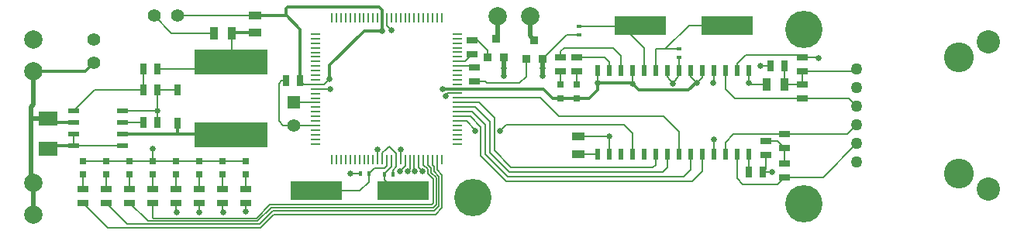
<source format=gtl>
G04 (created by PCBNEW-RS274X (2012-jan-04)-stable) date Fri 13 Apr 2012 11:09:43 PM EDT*
G01*
G70*
G90*
%MOIN*%
G04 Gerber Fmt 3.4, Leading zero omitted, Abs format*
%FSLAX34Y34*%
G04 APERTURE LIST*
%ADD10C,0.006000*%
%ADD11C,0.160000*%
%ADD12R,0.040000X0.010000*%
%ADD13R,0.010000X0.040000*%
%ADD14R,0.036000X0.036000*%
%ADD15R,0.027600X0.047200*%
%ADD16R,0.045000X0.020000*%
%ADD17R,0.020000X0.050000*%
%ADD18R,0.080000X0.060000*%
%ADD19R,0.035000X0.055000*%
%ADD20R,0.055000X0.035000*%
%ADD21R,0.045000X0.025000*%
%ADD22R,0.025000X0.045000*%
%ADD23R,0.023600X0.015700*%
%ADD24R,0.015700X0.023600*%
%ADD25C,0.078700*%
%ADD26R,0.055000X0.055000*%
%ADD27C,0.055000*%
%ADD28R,0.315000X0.106300*%
%ADD29R,0.031400X0.031400*%
%ADD30R,0.220500X0.082700*%
%ADD31C,0.050000*%
%ADD32C,0.100000*%
%ADD33C,0.128000*%
%ADD34C,0.025000*%
%ADD35C,0.020000*%
%ADD36C,0.012000*%
%ADD37C,0.008000*%
G04 APERTURE END LIST*
G54D10*
G54D11*
X28000Y-14500D03*
X42250Y-07250D03*
X42250Y-14750D03*
G54D12*
X21250Y-12180D03*
X21250Y-07460D03*
X21250Y-07660D03*
X21250Y-07850D03*
X21250Y-08050D03*
X21250Y-08250D03*
X21250Y-08440D03*
X21250Y-08640D03*
X21250Y-08840D03*
X21250Y-09030D03*
X21250Y-09230D03*
X21250Y-09430D03*
X21250Y-09630D03*
X21250Y-09820D03*
X21250Y-10020D03*
X21250Y-10220D03*
X21250Y-10410D03*
X21250Y-10610D03*
X21250Y-10810D03*
X21250Y-11000D03*
X21250Y-11200D03*
X21250Y-11400D03*
X21250Y-11590D03*
X21250Y-11790D03*
X21250Y-11990D03*
G54D13*
X21940Y-06770D03*
X26660Y-06770D03*
X26460Y-06770D03*
X26270Y-06770D03*
X26070Y-06770D03*
X25870Y-06770D03*
X25680Y-06770D03*
X25480Y-06770D03*
X25280Y-06770D03*
X25090Y-06770D03*
X24890Y-06770D03*
X24690Y-06770D03*
X24490Y-06770D03*
X24300Y-06770D03*
X24100Y-06770D03*
X23900Y-06770D03*
X23710Y-06770D03*
X23510Y-06770D03*
X23310Y-06770D03*
X23120Y-06770D03*
X22920Y-06770D03*
X22720Y-06770D03*
X22530Y-06770D03*
X22330Y-06770D03*
X22130Y-06770D03*
X21940Y-12870D03*
X22140Y-12870D03*
X22330Y-12870D03*
X22530Y-12870D03*
X22730Y-12870D03*
X22920Y-12870D03*
X23120Y-12870D03*
X23320Y-12870D03*
X23510Y-12870D03*
X23710Y-12870D03*
X23910Y-12870D03*
X24110Y-12870D03*
X24300Y-12870D03*
X24500Y-12870D03*
X24700Y-12870D03*
X24890Y-12870D03*
X25090Y-12870D03*
X25290Y-12870D03*
X25480Y-12870D03*
X25680Y-12870D03*
X25880Y-12870D03*
X26070Y-12870D03*
X26270Y-12870D03*
X26470Y-12870D03*
X26660Y-12870D03*
G54D12*
X27350Y-12180D03*
X27350Y-11980D03*
X27350Y-11790D03*
X27350Y-11590D03*
X27350Y-11390D03*
X27350Y-11200D03*
X27350Y-11000D03*
X27350Y-10800D03*
X27350Y-10610D03*
X27350Y-10410D03*
X27350Y-10210D03*
X27350Y-10010D03*
X27350Y-09820D03*
X27350Y-09620D03*
X27350Y-09420D03*
X27350Y-09230D03*
X27350Y-09030D03*
X27350Y-08830D03*
X27350Y-08640D03*
X27350Y-08440D03*
X27350Y-08240D03*
X27350Y-08050D03*
X27350Y-07850D03*
X27350Y-07650D03*
X27350Y-07460D03*
G54D14*
X29340Y-08470D03*
X28640Y-08470D03*
X28990Y-07670D03*
X30990Y-08520D03*
X30290Y-08520D03*
X30640Y-07720D03*
G54D15*
X15285Y-09847D03*
X15285Y-11303D03*
G54D16*
X10835Y-12245D03*
X12935Y-12245D03*
X10835Y-11745D03*
X10835Y-11245D03*
X10835Y-10745D03*
X12935Y-11745D03*
X12935Y-11245D03*
X12935Y-10745D03*
G54D17*
X33355Y-12615D03*
X33855Y-12615D03*
X34355Y-12615D03*
X34855Y-12615D03*
X35355Y-12615D03*
X35855Y-12615D03*
X36355Y-12615D03*
X36855Y-12615D03*
X37355Y-12615D03*
X37855Y-12615D03*
X38355Y-12615D03*
X38855Y-12615D03*
X39355Y-12615D03*
X39855Y-12615D03*
X39855Y-09015D03*
X39355Y-09015D03*
X38855Y-09015D03*
X38355Y-09015D03*
X37855Y-09015D03*
X37355Y-09015D03*
X36855Y-09015D03*
X36355Y-09015D03*
X35855Y-09015D03*
X35355Y-09015D03*
X34855Y-09015D03*
X34355Y-09015D03*
X33855Y-09015D03*
X33355Y-09015D03*
G54D18*
X09720Y-11100D03*
X09720Y-12400D03*
G54D19*
X40640Y-09635D03*
X41390Y-09635D03*
G54D20*
X18635Y-06660D03*
X18635Y-07410D03*
X32545Y-11870D03*
X32545Y-12620D03*
G54D19*
X17620Y-07415D03*
X16870Y-07415D03*
G54D21*
X18240Y-14130D03*
X18240Y-14730D03*
G54D22*
X13825Y-11245D03*
X14425Y-11245D03*
G54D21*
X28060Y-08890D03*
X28060Y-09490D03*
G54D22*
X13825Y-09845D03*
X14425Y-09845D03*
G54D21*
X27970Y-08330D03*
X27970Y-07730D03*
G54D22*
X14425Y-08975D03*
X13825Y-08975D03*
G54D21*
X42165Y-08475D03*
X42165Y-09075D03*
X42165Y-10235D03*
X42165Y-09635D03*
X41395Y-11765D03*
X41395Y-12365D03*
X41395Y-13615D03*
X41395Y-13015D03*
X31775Y-09065D03*
X31775Y-08465D03*
X32475Y-09055D03*
X32475Y-08455D03*
X40595Y-12075D03*
X40595Y-12675D03*
X17240Y-14130D03*
X17240Y-14730D03*
X16240Y-14130D03*
X16240Y-14730D03*
X15240Y-14130D03*
X15240Y-14730D03*
X14240Y-14130D03*
X14240Y-14730D03*
X13240Y-14130D03*
X13240Y-14730D03*
X12240Y-14130D03*
X12240Y-14730D03*
X11240Y-14130D03*
X11240Y-14730D03*
G54D22*
X19980Y-09470D03*
X20580Y-09470D03*
X40455Y-13395D03*
X39855Y-13395D03*
X41395Y-08835D03*
X40795Y-08835D03*
G54D23*
X36860Y-08447D03*
X36860Y-08093D03*
X32580Y-07487D03*
X32580Y-07133D03*
G54D24*
X23527Y-13460D03*
X23173Y-13460D03*
X24203Y-13500D03*
X24557Y-13500D03*
G54D25*
X09110Y-15239D03*
X09110Y-13861D03*
X30459Y-06680D03*
X29081Y-06680D03*
X09110Y-07681D03*
X09110Y-09059D03*
G54D26*
X20290Y-10390D03*
G54D27*
X20290Y-11390D03*
G54D28*
X17585Y-11780D03*
X17585Y-08670D03*
G54D29*
X11220Y-13505D03*
X11220Y-12915D03*
X14220Y-13505D03*
X14220Y-12915D03*
X12220Y-13505D03*
X12220Y-12915D03*
X13220Y-13505D03*
X13220Y-12915D03*
X31775Y-10220D03*
X31775Y-09630D03*
X32475Y-10220D03*
X32475Y-09630D03*
X18220Y-13505D03*
X18220Y-12915D03*
X17220Y-13505D03*
X17220Y-12915D03*
X16220Y-13505D03*
X16220Y-12915D03*
X15220Y-13505D03*
X15220Y-12915D03*
G54D30*
X35210Y-07080D03*
X38950Y-07080D03*
X21270Y-14210D03*
X25010Y-14210D03*
G54D27*
X11705Y-08685D03*
X11705Y-07685D03*
X15285Y-06665D03*
X14285Y-06665D03*
G54D31*
X44505Y-10565D03*
X44505Y-11365D03*
X44505Y-12165D03*
X44505Y-12965D03*
X44505Y-09765D03*
X44505Y-08965D03*
G54D32*
X50155Y-14140D03*
X50155Y-07790D03*
G54D33*
X48905Y-08465D03*
X48905Y-13465D03*
G54D34*
X28110Y-11620D03*
X29180Y-11620D03*
X18240Y-15110D03*
X24870Y-13350D03*
X17270Y-15140D03*
X25190Y-13360D03*
X25510Y-13360D03*
X16230Y-15140D03*
X15270Y-15130D03*
X25840Y-13360D03*
X26700Y-09820D03*
X33355Y-09565D03*
X23910Y-12430D03*
X24890Y-12430D03*
X21850Y-09390D03*
X24100Y-07320D03*
X37625Y-09555D03*
X39855Y-09545D03*
X34855Y-09595D03*
X40865Y-13395D03*
X29340Y-08940D03*
X14220Y-12390D03*
X30990Y-09260D03*
X30990Y-08940D03*
X29340Y-09260D03*
X22750Y-13460D03*
X40365Y-08835D03*
X38355Y-11985D03*
X26830Y-10120D03*
X38345Y-09575D03*
X24500Y-07310D03*
X21880Y-09820D03*
X33855Y-11865D03*
X14425Y-10745D03*
X36605Y-09595D03*
X42855Y-08485D03*
G54D35*
X09110Y-09059D02*
X09110Y-10490D01*
X09710Y-11090D02*
X09720Y-11100D01*
G54D36*
X09865Y-11245D02*
X09720Y-11100D01*
X10835Y-11245D02*
X09865Y-11245D01*
X09110Y-09059D02*
X11331Y-09059D01*
G54D35*
X09110Y-13861D02*
X09110Y-15239D01*
X09110Y-10490D02*
X08990Y-10610D01*
X08990Y-11090D02*
X08990Y-13741D01*
G54D36*
X11331Y-09059D02*
X11705Y-08685D01*
G54D35*
X08990Y-11090D02*
X09710Y-11090D01*
X08990Y-10610D02*
X08990Y-11090D01*
X08990Y-13741D02*
X09110Y-13861D01*
G54D37*
X28000Y-08830D02*
X28060Y-08890D01*
X27350Y-08830D02*
X28000Y-08830D01*
X27350Y-08640D02*
X27660Y-08640D01*
X27660Y-08640D02*
X27970Y-08330D01*
X29500Y-13590D02*
X37070Y-13590D01*
X28530Y-11350D02*
X28530Y-12620D01*
X27980Y-10800D02*
X28530Y-11350D01*
X27350Y-10800D02*
X27980Y-10800D01*
X37355Y-13305D02*
X37355Y-12615D01*
X37070Y-13590D02*
X37355Y-13305D01*
X28530Y-12620D02*
X29500Y-13590D01*
X29440Y-11360D02*
X34500Y-11360D01*
X27720Y-11200D02*
X28110Y-11590D01*
X28110Y-11590D02*
X28110Y-11620D01*
X29180Y-11620D02*
X29440Y-11360D01*
X34500Y-11360D02*
X34855Y-11715D01*
X34855Y-11715D02*
X34855Y-12615D01*
X27350Y-11200D02*
X27720Y-11200D01*
X27350Y-11000D02*
X27890Y-11000D01*
X28340Y-11450D02*
X28340Y-12700D01*
X37855Y-13375D02*
X37855Y-12615D01*
X27890Y-11000D02*
X28340Y-11450D01*
X29430Y-13790D02*
X37440Y-13790D01*
X28340Y-12700D02*
X29430Y-13790D01*
X37440Y-13790D02*
X37855Y-13375D01*
X25090Y-12870D02*
X25090Y-13130D01*
X25090Y-13130D02*
X24870Y-13350D01*
G54D10*
X18240Y-15110D02*
X18240Y-14730D01*
G54D37*
X25290Y-12870D02*
X25290Y-13260D01*
G54D10*
X17270Y-15140D02*
X17240Y-15110D01*
G54D37*
X25290Y-13260D02*
X25190Y-13360D01*
G54D10*
X17240Y-15110D02*
X17240Y-14730D01*
G54D37*
X25480Y-13330D02*
X25510Y-13360D01*
X25480Y-12870D02*
X25480Y-13330D01*
G54D10*
X16240Y-15130D02*
X16240Y-14730D01*
X16230Y-15140D02*
X16240Y-15130D01*
X15270Y-15130D02*
X15240Y-15100D01*
G54D37*
X25680Y-13200D02*
X25840Y-13360D01*
X25680Y-12870D02*
X25680Y-13200D01*
G54D10*
X15240Y-15100D02*
X15240Y-14730D01*
X26070Y-13270D02*
X26070Y-13470D01*
X26290Y-13690D02*
X26290Y-14740D01*
X26290Y-14740D02*
X26240Y-14790D01*
X19280Y-14790D02*
X18690Y-15380D01*
X26240Y-14790D02*
X19280Y-14790D01*
X25880Y-13080D02*
X26070Y-13270D01*
X18690Y-15380D02*
X14270Y-15380D01*
X14270Y-15380D02*
X14240Y-15350D01*
X25880Y-12870D02*
X25880Y-13080D01*
X26070Y-13470D02*
X26290Y-13690D01*
X14240Y-15350D02*
X14240Y-14730D01*
X18750Y-15510D02*
X14020Y-15510D01*
X19330Y-14930D02*
X18750Y-15510D01*
X26300Y-14930D02*
X19330Y-14930D01*
X26070Y-12870D02*
X26070Y-13090D01*
X14020Y-15510D02*
X13240Y-14730D01*
X26200Y-13220D02*
X26200Y-13420D01*
X26070Y-13090D02*
X26200Y-13220D01*
X26420Y-14810D02*
X26300Y-14930D01*
X26420Y-13640D02*
X26420Y-14810D01*
X26200Y-13420D02*
X26420Y-13640D01*
X26270Y-12870D02*
X26270Y-13110D01*
X26340Y-15070D02*
X19400Y-15070D01*
X19400Y-15070D02*
X18830Y-15640D01*
X13150Y-15640D02*
X12240Y-14730D01*
X18830Y-15640D02*
X13150Y-15640D01*
X26550Y-13590D02*
X26550Y-14860D01*
X26330Y-13170D02*
X26330Y-13370D01*
X26550Y-14860D02*
X26340Y-15070D01*
X26330Y-13370D02*
X26550Y-13590D01*
X26270Y-13110D02*
X26330Y-13170D01*
X26470Y-12870D02*
X26470Y-13310D01*
X18880Y-15790D02*
X12300Y-15790D01*
X12300Y-15790D02*
X11240Y-14730D01*
X26390Y-15220D02*
X19450Y-15220D01*
X26470Y-13310D02*
X26680Y-13520D01*
X26680Y-13520D02*
X26680Y-14930D01*
X26680Y-14930D02*
X26390Y-15220D01*
X19450Y-15220D02*
X18880Y-15790D01*
G54D37*
X36855Y-11675D02*
X36855Y-12615D01*
X30890Y-10210D02*
X31690Y-11010D01*
X27350Y-10210D02*
X30890Y-10210D01*
X36190Y-11010D02*
X36855Y-11675D01*
X31690Y-11010D02*
X36190Y-11010D01*
X36160Y-13400D02*
X36355Y-13205D01*
X36355Y-13205D02*
X36355Y-12615D01*
X29580Y-13400D02*
X36160Y-13400D01*
X28100Y-10610D02*
X28730Y-11240D01*
X28730Y-12550D02*
X29580Y-13400D01*
X27350Y-10610D02*
X28100Y-10610D01*
X28730Y-11240D02*
X28730Y-12550D01*
X28920Y-12470D02*
X29640Y-13190D01*
X28260Y-10410D02*
X28920Y-11070D01*
X29640Y-13190D02*
X35750Y-13190D01*
X28920Y-11070D02*
X28920Y-12470D01*
X35855Y-13085D02*
X35855Y-12615D01*
X35750Y-13190D02*
X35855Y-13085D01*
X27350Y-10410D02*
X28260Y-10410D01*
G54D36*
X23960Y-06290D02*
X24100Y-06430D01*
X24100Y-06770D02*
X24100Y-07320D01*
X21850Y-08810D02*
X23340Y-07320D01*
X27350Y-09820D02*
X26700Y-09820D01*
X23340Y-07320D02*
X24100Y-07320D01*
X21850Y-09390D02*
X21850Y-08810D01*
X24100Y-06430D02*
X24100Y-06770D01*
G54D37*
X33355Y-09015D02*
X33355Y-09565D01*
G54D36*
X19970Y-06660D02*
X19970Y-06370D01*
G54D37*
X37855Y-09015D02*
X37855Y-09325D01*
X40640Y-09635D02*
X39945Y-09635D01*
X37355Y-09015D02*
X37355Y-09285D01*
X37355Y-09285D02*
X37625Y-09555D01*
G54D10*
X24890Y-12870D02*
X24890Y-12430D01*
G54D37*
X34855Y-09015D02*
X34855Y-09595D01*
G54D36*
X31450Y-10220D02*
X31775Y-10220D01*
G54D37*
X39855Y-09015D02*
X39855Y-09545D01*
G54D36*
X19970Y-06660D02*
X19990Y-06660D01*
X20580Y-07250D02*
X20580Y-09470D01*
X19990Y-06660D02*
X20580Y-07250D01*
X27350Y-09820D02*
X31050Y-09820D01*
X19970Y-06370D02*
X20050Y-06290D01*
G54D10*
X23910Y-12870D02*
X23910Y-12430D01*
G54D36*
X33010Y-10220D02*
X32475Y-10220D01*
X20050Y-06290D02*
X23960Y-06290D01*
X18635Y-06660D02*
X19970Y-06660D01*
X31050Y-09820D02*
X31450Y-10220D01*
X34855Y-09595D02*
X35130Y-09870D01*
G54D37*
X21610Y-09630D02*
X21850Y-09390D01*
X39945Y-09635D02*
X39855Y-09545D01*
X18630Y-06665D02*
X18635Y-06660D01*
G54D36*
X33355Y-09565D02*
X34825Y-09565D01*
X35130Y-09870D02*
X37280Y-09870D01*
X34825Y-09565D02*
X34855Y-09595D01*
X31775Y-10220D02*
X32475Y-10220D01*
X37280Y-09870D02*
X37595Y-09555D01*
X37595Y-09555D02*
X37625Y-09555D01*
G54D37*
X21250Y-09630D02*
X21610Y-09630D01*
X15285Y-06665D02*
X18630Y-06665D01*
X37855Y-09325D02*
X37625Y-09555D01*
G54D36*
X33355Y-09875D02*
X33010Y-10220D01*
G54D37*
X20740Y-09630D02*
X20580Y-09470D01*
X21250Y-09630D02*
X20740Y-09630D01*
G54D36*
X33355Y-09565D02*
X33355Y-09875D01*
G54D10*
X14220Y-12915D02*
X15220Y-12915D01*
X21250Y-09820D02*
X21880Y-09820D01*
X24110Y-12870D02*
X24110Y-12570D01*
X26940Y-10010D02*
X26830Y-10120D01*
X13220Y-12915D02*
X14220Y-12915D01*
X14220Y-12915D02*
X14220Y-12390D01*
G54D35*
X29340Y-08470D02*
X29340Y-08940D01*
G54D37*
X38355Y-09565D02*
X38345Y-09575D01*
X24700Y-13170D02*
X24557Y-13313D01*
X14425Y-10745D02*
X12935Y-10745D01*
X36855Y-09235D02*
X36605Y-09595D01*
G54D10*
X27350Y-10010D02*
X26940Y-10010D01*
X12220Y-12915D02*
X13220Y-12915D01*
G54D37*
X32023Y-07487D02*
X30990Y-08520D01*
X40795Y-08835D02*
X40365Y-08835D01*
G54D10*
X24270Y-12420D02*
X24390Y-12280D01*
G54D37*
X24557Y-13313D02*
X24557Y-13500D01*
X36855Y-09015D02*
X36855Y-09235D01*
G54D10*
X14427Y-09847D02*
X14425Y-09845D01*
G54D35*
X29340Y-08940D02*
X29340Y-09260D01*
G54D10*
X15220Y-12915D02*
X16220Y-12915D01*
X24110Y-12570D02*
X24260Y-12420D01*
G54D37*
X14425Y-11245D02*
X14425Y-10745D01*
G54D10*
X24700Y-12590D02*
X24390Y-12280D01*
X24700Y-12590D02*
X24700Y-12870D01*
X16220Y-12915D02*
X17220Y-12915D01*
G54D37*
X33855Y-11865D02*
X33855Y-12615D01*
X24700Y-12870D02*
X24700Y-13170D01*
G54D10*
X36860Y-09010D02*
X36855Y-09015D01*
X36860Y-08447D02*
X36860Y-09010D01*
X24300Y-06770D02*
X24300Y-07110D01*
G54D35*
X30990Y-08940D02*
X30990Y-08520D01*
G54D37*
X38355Y-09015D02*
X38355Y-09565D01*
X36355Y-09015D02*
X36355Y-09295D01*
X23173Y-13460D02*
X22750Y-13460D01*
X32580Y-07487D02*
X32023Y-07487D01*
X17220Y-12915D02*
X18220Y-12915D01*
G54D10*
X11220Y-12915D02*
X12220Y-12915D01*
G54D37*
X38355Y-12615D02*
X38355Y-11985D01*
X40595Y-13255D02*
X40455Y-13395D01*
X40595Y-12675D02*
X40595Y-13255D01*
X33850Y-11870D02*
X33855Y-11865D01*
X36355Y-09295D02*
X36605Y-09595D01*
G54D10*
X24300Y-07110D02*
X24500Y-07310D01*
G54D35*
X30990Y-09260D02*
X30990Y-08940D01*
G54D37*
X15035Y-07415D02*
X14285Y-06665D01*
X40455Y-13395D02*
X40865Y-13395D01*
X16870Y-07415D02*
X15035Y-07415D01*
G54D10*
X24260Y-12420D02*
X24270Y-12420D01*
G54D37*
X32545Y-11870D02*
X33850Y-11870D01*
G54D10*
X15285Y-09847D02*
X14427Y-09847D01*
G54D37*
X14425Y-10745D02*
X14425Y-09845D01*
X31925Y-08055D02*
X31775Y-08205D01*
X34355Y-08385D02*
X34025Y-08055D01*
X34355Y-09015D02*
X34355Y-08385D01*
X31775Y-08205D02*
X31775Y-08465D01*
X34025Y-08055D02*
X31925Y-08055D01*
X33665Y-08455D02*
X32475Y-08455D01*
X33855Y-09015D02*
X33855Y-08645D01*
X33855Y-08645D02*
X33665Y-08455D01*
X31775Y-09630D02*
X31775Y-09065D01*
X32475Y-09630D02*
X32475Y-09055D01*
X24203Y-13733D02*
X24203Y-13500D01*
X24500Y-13150D02*
X24203Y-13447D01*
X24680Y-14210D02*
X24203Y-13733D01*
X24203Y-13447D02*
X24203Y-13500D01*
X25010Y-14210D02*
X24680Y-14210D01*
X24500Y-12870D02*
X24500Y-13150D01*
X39855Y-12615D02*
X39855Y-13395D01*
G54D10*
X34420Y-07130D02*
X35355Y-08065D01*
X34207Y-07133D02*
X34210Y-07130D01*
X34210Y-07130D02*
X34420Y-07130D01*
X32580Y-07133D02*
X34207Y-07133D01*
X35355Y-08065D02*
X35355Y-09015D01*
G54D37*
X38950Y-07080D02*
X37290Y-07080D01*
X37290Y-07080D02*
X36277Y-08093D01*
G54D10*
X35867Y-08093D02*
X35855Y-08105D01*
X35855Y-08105D02*
X35855Y-09015D01*
X36860Y-08093D02*
X36277Y-08093D01*
X36277Y-08093D02*
X35867Y-08093D01*
G54D37*
X39595Y-13915D02*
X41095Y-13915D01*
X43055Y-13615D02*
X44505Y-12165D01*
X41095Y-13915D02*
X41395Y-13615D01*
X39355Y-13675D02*
X39595Y-13915D01*
X41395Y-13615D02*
X43055Y-13615D01*
X39355Y-12615D02*
X39355Y-13675D01*
X41105Y-12075D02*
X41395Y-12365D01*
X41395Y-12365D02*
X41395Y-13015D01*
X40595Y-12075D02*
X41105Y-12075D01*
X39355Y-09015D02*
X39355Y-08725D01*
X42845Y-08475D02*
X42855Y-08485D01*
X39735Y-08345D02*
X42035Y-08345D01*
X42165Y-08475D02*
X42845Y-08475D01*
X39355Y-08725D02*
X39735Y-08345D01*
X42035Y-08345D02*
X42165Y-08475D01*
G54D10*
X12240Y-14130D02*
X12240Y-13525D01*
X12240Y-13525D02*
X12220Y-13505D01*
X14240Y-14130D02*
X14240Y-13525D01*
X14240Y-13525D02*
X14220Y-13505D01*
X16240Y-13525D02*
X16220Y-13505D01*
X16240Y-14130D02*
X16240Y-13525D01*
G54D37*
X18220Y-13505D02*
X18220Y-14110D01*
X18220Y-14110D02*
X18240Y-14130D01*
X32545Y-12620D02*
X33350Y-12620D01*
X33350Y-12620D02*
X33355Y-12615D01*
G54D35*
X29081Y-07579D02*
X28990Y-07670D01*
X29081Y-06680D02*
X29081Y-07579D01*
G54D37*
X27970Y-07730D02*
X28210Y-07730D01*
X28640Y-08160D02*
X28640Y-08470D01*
X28210Y-07730D02*
X28640Y-08160D01*
G54D35*
X30459Y-07539D02*
X30640Y-07720D01*
X30459Y-06680D02*
X30459Y-07539D01*
G54D37*
X28060Y-09490D02*
X28530Y-09490D01*
X30010Y-09570D02*
X30290Y-09290D01*
X28530Y-09490D02*
X28610Y-09570D01*
X30290Y-09290D02*
X30290Y-08520D01*
X28610Y-09570D02*
X30010Y-09570D01*
G54D36*
X12935Y-11745D02*
X15285Y-11745D01*
X15285Y-11745D02*
X17550Y-11745D01*
X17550Y-11745D02*
X17585Y-11780D01*
X15285Y-11303D02*
X15285Y-11745D01*
G54D37*
X12935Y-11245D02*
X13825Y-11245D01*
X13825Y-09845D02*
X13825Y-08975D01*
X13825Y-09845D02*
X11735Y-09845D01*
X11735Y-09845D02*
X10835Y-10745D01*
G54D36*
X10835Y-12245D02*
X09875Y-12245D01*
G54D10*
X10835Y-12245D02*
X10835Y-11745D01*
G54D36*
X09875Y-12245D02*
X09720Y-12400D01*
G54D10*
X12935Y-12245D02*
X10835Y-12245D01*
G54D37*
X17620Y-07415D02*
X17620Y-08635D01*
X14425Y-08975D02*
X17280Y-08975D01*
X17620Y-08635D02*
X17585Y-08670D01*
X17280Y-08975D02*
X17585Y-08670D01*
G54D36*
X17625Y-07410D02*
X18635Y-07410D01*
X17620Y-07415D02*
X17625Y-07410D01*
G54D37*
X23527Y-13823D02*
X23527Y-13460D01*
X23757Y-13230D02*
X24210Y-13230D01*
X24300Y-13140D02*
X24300Y-12870D01*
X24210Y-13230D02*
X24300Y-13140D01*
X23140Y-14210D02*
X23527Y-13823D01*
X21270Y-14210D02*
X23140Y-14210D01*
X23527Y-13460D02*
X23757Y-13230D01*
X20290Y-10390D02*
X21230Y-10390D01*
X21230Y-10390D02*
X21250Y-10410D01*
X41395Y-09630D02*
X41390Y-09635D01*
X42165Y-09075D02*
X42165Y-09635D01*
X41395Y-08835D02*
X41395Y-09630D01*
X41390Y-09635D02*
X42165Y-09635D01*
X42165Y-09075D02*
X44395Y-09075D01*
X44395Y-09075D02*
X44505Y-08965D01*
X39215Y-11765D02*
X41395Y-11765D01*
X38855Y-12615D02*
X38855Y-12125D01*
X44105Y-11765D02*
X44505Y-11365D01*
X38855Y-12125D02*
X39215Y-11765D01*
X41395Y-11765D02*
X44105Y-11765D01*
X44175Y-10235D02*
X44505Y-10565D01*
X39275Y-10235D02*
X42165Y-10235D01*
X42165Y-10235D02*
X44175Y-10235D01*
X38855Y-09015D02*
X38855Y-09815D01*
X38855Y-09815D02*
X39275Y-10235D01*
G54D10*
X11240Y-14130D02*
X11240Y-13525D01*
X11240Y-13525D02*
X11220Y-13505D01*
X13240Y-13525D02*
X13220Y-13505D01*
X13240Y-14130D02*
X13240Y-13525D01*
X15240Y-13525D02*
X15220Y-13505D01*
X15240Y-14130D02*
X15240Y-13525D01*
X17240Y-13525D02*
X17220Y-13505D01*
X17240Y-14130D02*
X17240Y-13525D01*
G54D37*
X20290Y-11390D02*
X21240Y-11390D01*
X21240Y-11390D02*
X21250Y-11400D01*
X19770Y-09470D02*
X19660Y-09580D01*
X19660Y-09580D02*
X19660Y-11200D01*
X19660Y-11200D02*
X19850Y-11390D01*
X19850Y-11390D02*
X20290Y-11390D01*
X19980Y-09470D02*
X19770Y-09470D01*
M02*

</source>
